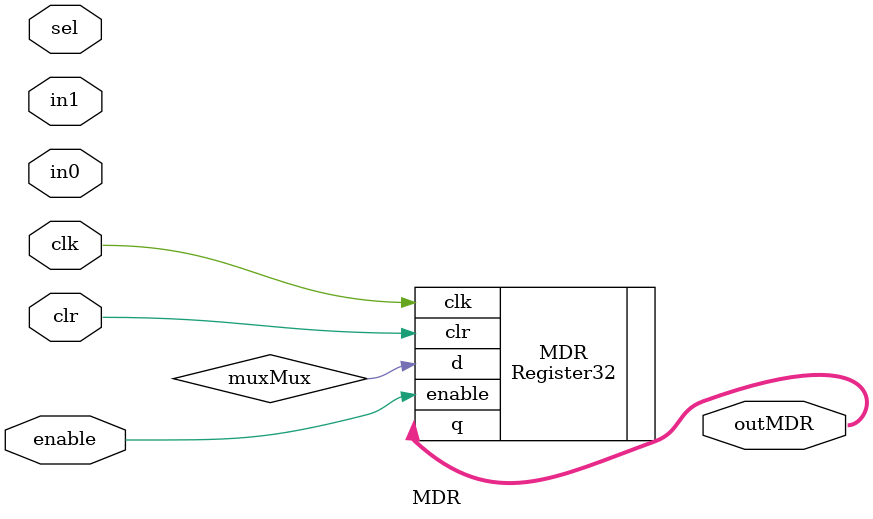
<source format=v>

module MDR (outMDR, in0, in1, clr, clk, enable, sel);
  output [31:0] outMDR;
  input [31:0] in0, in1;
  input clr, clk, enable, sel;
  
  wire [31:0] outMux;
  
  MUX MDMux (.out (outMux), .in0 (in0), .in1 (in1), .sel (sel));
  Register32 MDR (.q (outMDR), .d (muxMux), .clr (clr), .clk (clk), .enable (enable));
endmodule   // MDR
</source>
